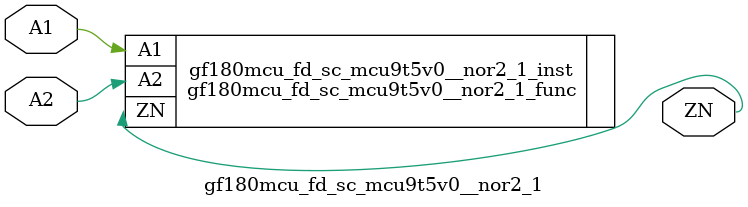
<source format=v>

module gf180mcu_fd_sc_mcu9t5v0__nor2_1( A2, ZN, A1 );
input A1, A2;
output ZN;

   `ifdef FUNCTIONAL  //  functional //

	gf180mcu_fd_sc_mcu9t5v0__nor2_1_func gf180mcu_fd_sc_mcu9t5v0__nor2_1_behav_inst(.A2(A2),.ZN(ZN),.A1(A1));

   `else

	gf180mcu_fd_sc_mcu9t5v0__nor2_1_func gf180mcu_fd_sc_mcu9t5v0__nor2_1_inst(.A2(A2),.ZN(ZN),.A1(A1));

	// spec_gates_begin


	// spec_gates_end



   specify

	// specify_block_begin

	// comb arc A1 --> ZN
	 (A1 => ZN) = (1.0,1.0);

	// comb arc A2 --> ZN
	 (A2 => ZN) = (1.0,1.0);

	// specify_block_end

   endspecify

   `endif

endmodule

</source>
